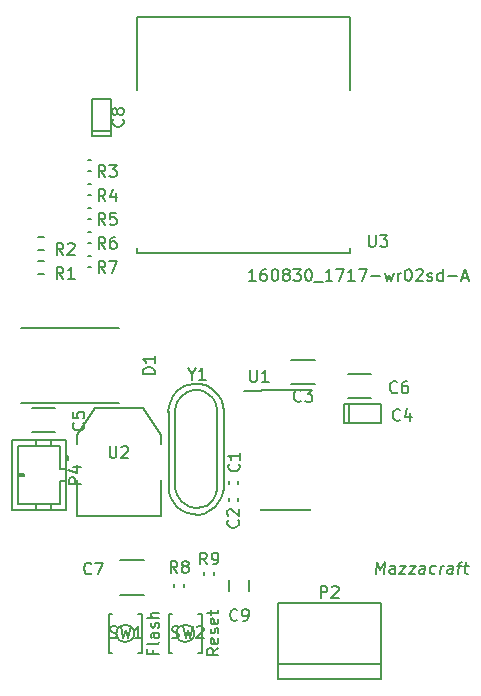
<source format=gbr>
G04 #@! TF.FileFunction,Legend,Top*
%FSLAX46Y46*%
G04 Gerber Fmt 4.6, Leading zero omitted, Abs format (unit mm)*
G04 Created by KiCad (PCBNEW 4.0.3+e1-6302~38~ubuntu14.04.1-stable) date Wed Aug 31 12:24:13 2016*
%MOMM*%
%LPD*%
G01*
G04 APERTURE LIST*
%ADD10C,0.100000*%
%ADD11C,0.200000*%
%ADD12C,0.150000*%
%ADD13C,0.152400*%
G04 APERTURE END LIST*
D10*
D11*
X153942381Y-141698095D02*
X153466190Y-142031429D01*
X153942381Y-142269524D02*
X152942381Y-142269524D01*
X152942381Y-141888571D01*
X152990000Y-141793333D01*
X153037619Y-141745714D01*
X153132857Y-141698095D01*
X153275714Y-141698095D01*
X153370952Y-141745714D01*
X153418571Y-141793333D01*
X153466190Y-141888571D01*
X153466190Y-142269524D01*
X153894762Y-140888571D02*
X153942381Y-140983809D01*
X153942381Y-141174286D01*
X153894762Y-141269524D01*
X153799524Y-141317143D01*
X153418571Y-141317143D01*
X153323333Y-141269524D01*
X153275714Y-141174286D01*
X153275714Y-140983809D01*
X153323333Y-140888571D01*
X153418571Y-140840952D01*
X153513810Y-140840952D01*
X153609048Y-141317143D01*
X153894762Y-140460000D02*
X153942381Y-140364762D01*
X153942381Y-140174286D01*
X153894762Y-140079047D01*
X153799524Y-140031428D01*
X153751905Y-140031428D01*
X153656667Y-140079047D01*
X153609048Y-140174286D01*
X153609048Y-140317143D01*
X153561429Y-140412381D01*
X153466190Y-140460000D01*
X153418571Y-140460000D01*
X153323333Y-140412381D01*
X153275714Y-140317143D01*
X153275714Y-140174286D01*
X153323333Y-140079047D01*
X153894762Y-139221904D02*
X153942381Y-139317142D01*
X153942381Y-139507619D01*
X153894762Y-139602857D01*
X153799524Y-139650476D01*
X153418571Y-139650476D01*
X153323333Y-139602857D01*
X153275714Y-139507619D01*
X153275714Y-139317142D01*
X153323333Y-139221904D01*
X153418571Y-139174285D01*
X153513810Y-139174285D01*
X153609048Y-139650476D01*
X153275714Y-138888571D02*
X153275714Y-138507619D01*
X152942381Y-138745714D02*
X153799524Y-138745714D01*
X153894762Y-138698095D01*
X153942381Y-138602857D01*
X153942381Y-138507619D01*
X148368571Y-141888571D02*
X148368571Y-142221905D01*
X148892381Y-142221905D02*
X147892381Y-142221905D01*
X147892381Y-141745714D01*
X148892381Y-141221905D02*
X148844762Y-141317143D01*
X148749524Y-141364762D01*
X147892381Y-141364762D01*
X148892381Y-140412380D02*
X148368571Y-140412380D01*
X148273333Y-140459999D01*
X148225714Y-140555237D01*
X148225714Y-140745714D01*
X148273333Y-140840952D01*
X148844762Y-140412380D02*
X148892381Y-140507618D01*
X148892381Y-140745714D01*
X148844762Y-140840952D01*
X148749524Y-140888571D01*
X148654286Y-140888571D01*
X148559048Y-140840952D01*
X148511429Y-140745714D01*
X148511429Y-140507618D01*
X148463810Y-140412380D01*
X148844762Y-139983809D02*
X148892381Y-139888571D01*
X148892381Y-139698095D01*
X148844762Y-139602856D01*
X148749524Y-139555237D01*
X148701905Y-139555237D01*
X148606667Y-139602856D01*
X148559048Y-139698095D01*
X148559048Y-139840952D01*
X148511429Y-139936190D01*
X148416190Y-139983809D01*
X148368571Y-139983809D01*
X148273333Y-139936190D01*
X148225714Y-139840952D01*
X148225714Y-139698095D01*
X148273333Y-139602856D01*
X148892381Y-139126666D02*
X147892381Y-139126666D01*
X148892381Y-138698094D02*
X148368571Y-138698094D01*
X148273333Y-138745713D01*
X148225714Y-138840951D01*
X148225714Y-138983809D01*
X148273333Y-139079047D01*
X148320952Y-139126666D01*
X157099524Y-110612381D02*
X156528095Y-110612381D01*
X156813809Y-110612381D02*
X156813809Y-109612381D01*
X156718571Y-109755238D01*
X156623333Y-109850476D01*
X156528095Y-109898095D01*
X157956667Y-109612381D02*
X157766190Y-109612381D01*
X157670952Y-109660000D01*
X157623333Y-109707619D01*
X157528095Y-109850476D01*
X157480476Y-110040952D01*
X157480476Y-110421905D01*
X157528095Y-110517143D01*
X157575714Y-110564762D01*
X157670952Y-110612381D01*
X157861429Y-110612381D01*
X157956667Y-110564762D01*
X158004286Y-110517143D01*
X158051905Y-110421905D01*
X158051905Y-110183810D01*
X158004286Y-110088571D01*
X157956667Y-110040952D01*
X157861429Y-109993333D01*
X157670952Y-109993333D01*
X157575714Y-110040952D01*
X157528095Y-110088571D01*
X157480476Y-110183810D01*
X158670952Y-109612381D02*
X158766191Y-109612381D01*
X158861429Y-109660000D01*
X158909048Y-109707619D01*
X158956667Y-109802857D01*
X159004286Y-109993333D01*
X159004286Y-110231429D01*
X158956667Y-110421905D01*
X158909048Y-110517143D01*
X158861429Y-110564762D01*
X158766191Y-110612381D01*
X158670952Y-110612381D01*
X158575714Y-110564762D01*
X158528095Y-110517143D01*
X158480476Y-110421905D01*
X158432857Y-110231429D01*
X158432857Y-109993333D01*
X158480476Y-109802857D01*
X158528095Y-109707619D01*
X158575714Y-109660000D01*
X158670952Y-109612381D01*
X159575714Y-110040952D02*
X159480476Y-109993333D01*
X159432857Y-109945714D01*
X159385238Y-109850476D01*
X159385238Y-109802857D01*
X159432857Y-109707619D01*
X159480476Y-109660000D01*
X159575714Y-109612381D01*
X159766191Y-109612381D01*
X159861429Y-109660000D01*
X159909048Y-109707619D01*
X159956667Y-109802857D01*
X159956667Y-109850476D01*
X159909048Y-109945714D01*
X159861429Y-109993333D01*
X159766191Y-110040952D01*
X159575714Y-110040952D01*
X159480476Y-110088571D01*
X159432857Y-110136190D01*
X159385238Y-110231429D01*
X159385238Y-110421905D01*
X159432857Y-110517143D01*
X159480476Y-110564762D01*
X159575714Y-110612381D01*
X159766191Y-110612381D01*
X159861429Y-110564762D01*
X159909048Y-110517143D01*
X159956667Y-110421905D01*
X159956667Y-110231429D01*
X159909048Y-110136190D01*
X159861429Y-110088571D01*
X159766191Y-110040952D01*
X160290000Y-109612381D02*
X160909048Y-109612381D01*
X160575714Y-109993333D01*
X160718572Y-109993333D01*
X160813810Y-110040952D01*
X160861429Y-110088571D01*
X160909048Y-110183810D01*
X160909048Y-110421905D01*
X160861429Y-110517143D01*
X160813810Y-110564762D01*
X160718572Y-110612381D01*
X160432857Y-110612381D01*
X160337619Y-110564762D01*
X160290000Y-110517143D01*
X161528095Y-109612381D02*
X161623334Y-109612381D01*
X161718572Y-109660000D01*
X161766191Y-109707619D01*
X161813810Y-109802857D01*
X161861429Y-109993333D01*
X161861429Y-110231429D01*
X161813810Y-110421905D01*
X161766191Y-110517143D01*
X161718572Y-110564762D01*
X161623334Y-110612381D01*
X161528095Y-110612381D01*
X161432857Y-110564762D01*
X161385238Y-110517143D01*
X161337619Y-110421905D01*
X161290000Y-110231429D01*
X161290000Y-109993333D01*
X161337619Y-109802857D01*
X161385238Y-109707619D01*
X161432857Y-109660000D01*
X161528095Y-109612381D01*
X162051905Y-110707619D02*
X162813810Y-110707619D01*
X163575715Y-110612381D02*
X163004286Y-110612381D01*
X163290000Y-110612381D02*
X163290000Y-109612381D01*
X163194762Y-109755238D01*
X163099524Y-109850476D01*
X163004286Y-109898095D01*
X163909048Y-109612381D02*
X164575715Y-109612381D01*
X164147143Y-110612381D01*
X165480477Y-110612381D02*
X164909048Y-110612381D01*
X165194762Y-110612381D02*
X165194762Y-109612381D01*
X165099524Y-109755238D01*
X165004286Y-109850476D01*
X164909048Y-109898095D01*
X165813810Y-109612381D02*
X166480477Y-109612381D01*
X166051905Y-110612381D01*
X166861429Y-110231429D02*
X167623334Y-110231429D01*
X168004286Y-109945714D02*
X168194762Y-110612381D01*
X168385239Y-110136190D01*
X168575715Y-110612381D01*
X168766191Y-109945714D01*
X169147143Y-110612381D02*
X169147143Y-109945714D01*
X169147143Y-110136190D02*
X169194762Y-110040952D01*
X169242381Y-109993333D01*
X169337619Y-109945714D01*
X169432858Y-109945714D01*
X169956667Y-109612381D02*
X170051906Y-109612381D01*
X170147144Y-109660000D01*
X170194763Y-109707619D01*
X170242382Y-109802857D01*
X170290001Y-109993333D01*
X170290001Y-110231429D01*
X170242382Y-110421905D01*
X170194763Y-110517143D01*
X170147144Y-110564762D01*
X170051906Y-110612381D01*
X169956667Y-110612381D01*
X169861429Y-110564762D01*
X169813810Y-110517143D01*
X169766191Y-110421905D01*
X169718572Y-110231429D01*
X169718572Y-109993333D01*
X169766191Y-109802857D01*
X169813810Y-109707619D01*
X169861429Y-109660000D01*
X169956667Y-109612381D01*
X170670953Y-109707619D02*
X170718572Y-109660000D01*
X170813810Y-109612381D01*
X171051906Y-109612381D01*
X171147144Y-109660000D01*
X171194763Y-109707619D01*
X171242382Y-109802857D01*
X171242382Y-109898095D01*
X171194763Y-110040952D01*
X170623334Y-110612381D01*
X171242382Y-110612381D01*
X171623334Y-110564762D02*
X171718572Y-110612381D01*
X171909048Y-110612381D01*
X172004287Y-110564762D01*
X172051906Y-110469524D01*
X172051906Y-110421905D01*
X172004287Y-110326667D01*
X171909048Y-110279048D01*
X171766191Y-110279048D01*
X171670953Y-110231429D01*
X171623334Y-110136190D01*
X171623334Y-110088571D01*
X171670953Y-109993333D01*
X171766191Y-109945714D01*
X171909048Y-109945714D01*
X172004287Y-109993333D01*
X172909049Y-110612381D02*
X172909049Y-109612381D01*
X172909049Y-110564762D02*
X172813811Y-110612381D01*
X172623334Y-110612381D01*
X172528096Y-110564762D01*
X172480477Y-110517143D01*
X172432858Y-110421905D01*
X172432858Y-110136190D01*
X172480477Y-110040952D01*
X172528096Y-109993333D01*
X172623334Y-109945714D01*
X172813811Y-109945714D01*
X172909049Y-109993333D01*
X173385239Y-110231429D02*
X174147144Y-110231429D01*
X174575715Y-110326667D02*
X175051906Y-110326667D01*
X174480477Y-110612381D02*
X174813810Y-109612381D01*
X175147144Y-110612381D01*
X167273927Y-135412381D02*
X167398927Y-134412381D01*
X167642976Y-135126667D01*
X168065594Y-134412381D01*
X167940594Y-135412381D01*
X168845356Y-135412381D02*
X168910833Y-134888571D01*
X168875118Y-134793333D01*
X168785833Y-134745714D01*
X168595356Y-134745714D01*
X168494165Y-134793333D01*
X168851309Y-135364762D02*
X168750118Y-135412381D01*
X168512022Y-135412381D01*
X168422737Y-135364762D01*
X168387023Y-135269524D01*
X168398927Y-135174286D01*
X168458451Y-135079048D01*
X168559641Y-135031429D01*
X168797737Y-135031429D01*
X168898928Y-134983810D01*
X169309642Y-134745714D02*
X169833452Y-134745714D01*
X169226308Y-135412381D01*
X169750118Y-135412381D01*
X170119166Y-134745714D02*
X170642976Y-134745714D01*
X170035832Y-135412381D01*
X170559642Y-135412381D01*
X171369166Y-135412381D02*
X171434643Y-134888571D01*
X171398928Y-134793333D01*
X171309643Y-134745714D01*
X171119166Y-134745714D01*
X171017975Y-134793333D01*
X171375119Y-135364762D02*
X171273928Y-135412381D01*
X171035832Y-135412381D01*
X170946547Y-135364762D01*
X170910833Y-135269524D01*
X170922737Y-135174286D01*
X170982261Y-135079048D01*
X171083451Y-135031429D01*
X171321547Y-135031429D01*
X171422738Y-134983810D01*
X172279881Y-135364762D02*
X172178690Y-135412381D01*
X171988213Y-135412381D01*
X171898928Y-135364762D01*
X171857261Y-135317143D01*
X171821547Y-135221905D01*
X171857261Y-134936190D01*
X171916785Y-134840952D01*
X171970356Y-134793333D01*
X172071547Y-134745714D01*
X172262024Y-134745714D01*
X172351309Y-134793333D01*
X172702499Y-135412381D02*
X172785833Y-134745714D01*
X172762023Y-134936190D02*
X172821547Y-134840952D01*
X172875118Y-134793333D01*
X172976309Y-134745714D01*
X173071548Y-134745714D01*
X173750119Y-135412381D02*
X173815596Y-134888571D01*
X173779881Y-134793333D01*
X173690596Y-134745714D01*
X173500119Y-134745714D01*
X173398928Y-134793333D01*
X173756072Y-135364762D02*
X173654881Y-135412381D01*
X173416785Y-135412381D01*
X173327500Y-135364762D01*
X173291786Y-135269524D01*
X173303690Y-135174286D01*
X173363214Y-135079048D01*
X173464404Y-135031429D01*
X173702500Y-135031429D01*
X173803691Y-134983810D01*
X174166786Y-134745714D02*
X174547738Y-134745714D01*
X174226309Y-135412381D02*
X174333452Y-134555238D01*
X174392976Y-134460000D01*
X174494166Y-134412381D01*
X174589404Y-134412381D01*
X174738215Y-134745714D02*
X175119167Y-134745714D01*
X174922738Y-134412381D02*
X174815596Y-135269524D01*
X174851310Y-135364762D01*
X174940595Y-135412381D01*
X175035833Y-135412381D01*
D12*
X153040760Y-129559000D02*
X152639440Y-129759660D01*
X152639440Y-129759660D02*
X152040000Y-129861260D01*
X152040000Y-129861260D02*
X151539620Y-129759660D01*
X151539620Y-129759660D02*
X150841120Y-129360880D01*
X150841120Y-129360880D02*
X150439800Y-128758900D01*
X150439800Y-128758900D02*
X150239140Y-128159460D01*
X150239140Y-128159460D02*
X150239140Y-121560540D01*
X150239140Y-121560540D02*
X150439800Y-120859500D01*
X150439800Y-120859500D02*
X150739520Y-120460720D01*
X150739520Y-120460720D02*
X151239900Y-120059400D01*
X151239900Y-120059400D02*
X151839340Y-119858740D01*
X151839340Y-119858740D02*
X152339720Y-119858740D01*
X152339720Y-119858740D02*
X152840100Y-120059400D01*
X152840100Y-120059400D02*
X153439540Y-120559780D01*
X153439540Y-120559780D02*
X153739260Y-121060160D01*
X153739260Y-121060160D02*
X153840860Y-121560540D01*
X153840860Y-121659600D02*
X153840860Y-128261060D01*
X153840860Y-128261060D02*
X153739260Y-128659840D01*
X153739260Y-128659840D02*
X153439540Y-129160220D01*
X153439540Y-129160220D02*
X152939160Y-129660600D01*
X154369180Y-121669760D02*
X154320920Y-121210020D01*
X154320920Y-121210020D02*
X154209160Y-120811240D01*
X154209160Y-120811240D02*
X153990720Y-120379440D01*
X153990720Y-120379440D02*
X153759580Y-120089880D01*
X153759580Y-120089880D02*
X153409060Y-119759680D01*
X153409060Y-119759680D02*
X152870580Y-119470120D01*
X152870580Y-119470120D02*
X152271140Y-119340580D01*
X152271140Y-119340580D02*
X151760600Y-119340580D01*
X151760600Y-119340580D02*
X151059560Y-119510760D01*
X151059560Y-119510760D02*
X150470280Y-119909540D01*
X150470280Y-119909540D02*
X150099440Y-120369280D01*
X150099440Y-120369280D02*
X149891160Y-120790920D01*
X149891160Y-120790920D02*
X149731140Y-121240500D01*
X149731140Y-121240500D02*
X149700660Y-121679920D01*
X149919100Y-129020520D02*
X150140080Y-129398980D01*
X150140080Y-129398980D02*
X150419480Y-129719020D01*
X150419480Y-129719020D02*
X150749680Y-129970480D01*
X150749680Y-129970480D02*
X151300860Y-130270200D01*
X151300860Y-130270200D02*
X151770760Y-130379420D01*
X151770760Y-130379420D02*
X152230500Y-130399740D01*
X152230500Y-130399740D02*
X152690240Y-130310840D01*
X152690240Y-130310840D02*
X153139820Y-130120340D01*
X153139820Y-130120340D02*
X153609720Y-129759660D01*
X153609720Y-129759660D02*
X153929760Y-129409140D01*
X153929760Y-129409140D02*
X154160900Y-129020520D01*
X154160900Y-129020520D02*
X154300600Y-128591260D01*
X154300600Y-128591260D02*
X154369180Y-128149300D01*
X149710820Y-121659600D02*
X149710820Y-128111200D01*
X149710820Y-128111200D02*
X149748920Y-128530300D01*
X149748920Y-128530300D02*
X149919100Y-129020520D01*
X154369180Y-121659600D02*
X154369180Y-128111200D01*
X145640000Y-137185000D02*
X147640000Y-137185000D01*
X147640000Y-134235000D02*
X145640000Y-134235000D01*
X154790000Y-127785000D02*
X154790000Y-127535000D01*
X155590000Y-127535000D02*
X155590000Y-127785000D01*
X155590000Y-128985000D02*
X155590000Y-129235000D01*
X154790000Y-129235000D02*
X154790000Y-128985000D01*
X162090000Y-117335000D02*
X160090000Y-117335000D01*
X160090000Y-119385000D02*
X162090000Y-119385000D01*
X164997000Y-121047200D02*
X164997000Y-122672800D01*
X167740200Y-122672800D02*
X167740200Y-121047200D01*
X167740200Y-121047200D02*
X164539800Y-121047200D01*
X164539800Y-121047200D02*
X164539800Y-122672800D01*
X164539800Y-122672800D02*
X167740200Y-122672800D01*
X138140000Y-123435000D02*
X140140000Y-123435000D01*
X140140000Y-121385000D02*
X138140000Y-121385000D01*
X166890000Y-118485000D02*
X164890000Y-118485000D01*
X164890000Y-120535000D02*
X166890000Y-120535000D01*
X143205200Y-97917000D02*
X144830800Y-97917000D01*
X144830800Y-95173800D02*
X143205200Y-95173800D01*
X143205200Y-95173800D02*
X143205200Y-98374200D01*
X143205200Y-98374200D02*
X144830800Y-98374200D01*
X144830800Y-98374200D02*
X144830800Y-95173800D01*
X154852000Y-135898000D02*
X154852000Y-136898000D01*
X156552000Y-136898000D02*
X156552000Y-135898000D01*
X145490000Y-120960000D02*
X137190000Y-120960000D01*
X137190000Y-114560000D02*
X145490000Y-114560000D01*
X136490000Y-124110000D02*
X140990000Y-124110000D01*
X140990000Y-124110000D02*
X140990000Y-130010000D01*
X140990000Y-130010000D02*
X136490000Y-130010000D01*
X136490000Y-130010000D02*
X136490000Y-124110000D01*
X140990000Y-126560000D02*
X140490000Y-126560000D01*
X140490000Y-126560000D02*
X140490000Y-124610000D01*
X140490000Y-124610000D02*
X136990000Y-124610000D01*
X136990000Y-124610000D02*
X136990000Y-129510000D01*
X136990000Y-129510000D02*
X140490000Y-129510000D01*
X140490000Y-129510000D02*
X140490000Y-127560000D01*
X140490000Y-127560000D02*
X140990000Y-127560000D01*
X139790000Y-124110000D02*
X139790000Y-124610000D01*
X138490000Y-124110000D02*
X138490000Y-124610000D01*
X139790000Y-129510000D02*
X139790000Y-130010000D01*
X138490000Y-129510000D02*
X138490000Y-130010000D01*
X140990000Y-125760000D02*
X141190000Y-125760000D01*
X141190000Y-125760000D02*
X141190000Y-125460000D01*
X141190000Y-125460000D02*
X140990000Y-125460000D01*
X141090000Y-125760000D02*
X141090000Y-125460000D01*
X136990000Y-126960000D02*
X137490000Y-126960000D01*
X137490000Y-126960000D02*
X137490000Y-127160000D01*
X137490000Y-127160000D02*
X136990000Y-127160000D01*
X136990000Y-127060000D02*
X137490000Y-127060000D01*
X139188000Y-108949000D02*
X138688000Y-108949000D01*
X138688000Y-109999000D02*
X139188000Y-109999000D01*
X139188000Y-106917000D02*
X138688000Y-106917000D01*
X138688000Y-107967000D02*
X139188000Y-107967000D01*
X143117000Y-100398000D02*
X142887000Y-100398000D01*
X142887000Y-101278000D02*
X143117000Y-101278000D01*
X142887000Y-103310000D02*
X143117000Y-103310000D01*
X143117000Y-102430000D02*
X142887000Y-102430000D01*
X143117000Y-104462000D02*
X142887000Y-104462000D01*
X142887000Y-105342000D02*
X143117000Y-105342000D01*
X143117000Y-106494000D02*
X142887000Y-106494000D01*
X142887000Y-107374000D02*
X143117000Y-107374000D01*
X143117000Y-108526000D02*
X142887000Y-108526000D01*
X142887000Y-109406000D02*
X143117000Y-109406000D01*
X151062000Y-136513000D02*
X151062000Y-136283000D01*
X150182000Y-136283000D02*
X150182000Y-136513000D01*
X152722000Y-135267000D02*
X152722000Y-135497000D01*
X153602000Y-135497000D02*
X153602000Y-135267000D01*
X146800000Y-140462000D02*
G75*
G03X146800000Y-140462000I-750000J0D01*
G01*
X147150000Y-142112000D02*
X147450000Y-142112000D01*
X147450000Y-142112000D02*
X147450000Y-138812000D01*
X147450000Y-138812000D02*
X147150000Y-138812000D01*
X144950000Y-142112000D02*
X144650000Y-142112000D01*
X144650000Y-142112000D02*
X144650000Y-138812000D01*
X144650000Y-138812000D02*
X144950000Y-138812000D01*
X151880000Y-140462000D02*
G75*
G03X151880000Y-140462000I-750000J0D01*
G01*
X152230000Y-142112000D02*
X152530000Y-142112000D01*
X152530000Y-142112000D02*
X152530000Y-138812000D01*
X152530000Y-138812000D02*
X152230000Y-138812000D01*
X150030000Y-142112000D02*
X149730000Y-142112000D01*
X149730000Y-142112000D02*
X149730000Y-138812000D01*
X149730000Y-138812000D02*
X150030000Y-138812000D01*
X157515000Y-119885000D02*
X157515000Y-119910000D01*
X161665000Y-119885000D02*
X161665000Y-119990000D01*
X161665000Y-130035000D02*
X161665000Y-129930000D01*
X157515000Y-130035000D02*
X157515000Y-129930000D01*
X157515000Y-119885000D02*
X161665000Y-119885000D01*
X157515000Y-130035000D02*
X161665000Y-130035000D01*
X157515000Y-119910000D02*
X156140000Y-119910000D01*
X141934000Y-127434000D02*
X141934000Y-130482000D01*
X141934000Y-130482000D02*
X149046000Y-130482000D01*
X149046000Y-130482000D02*
X149046000Y-127434000D01*
X141934000Y-124386000D02*
X141934000Y-123624000D01*
X141934000Y-123624000D02*
X143458000Y-121338000D01*
X143458000Y-121338000D02*
X147522000Y-121338000D01*
X147522000Y-121338000D02*
X149046000Y-123624000D01*
X149046000Y-123624000D02*
X149046000Y-124386000D01*
D13*
X147066000Y-88265000D02*
X147066000Y-94450000D01*
X165049200Y-107850000D02*
X165049200Y-108229400D01*
X147066000Y-107850000D02*
X147066000Y-108229400D01*
X165049200Y-88265000D02*
X165049200Y-94450000D01*
X147066000Y-108267500D02*
X165049200Y-108267500D01*
X165036500Y-88265000D02*
X147066000Y-88265000D01*
D12*
X158971100Y-144279460D02*
X167671100Y-144279460D01*
X158971100Y-137874460D02*
X167671100Y-137874460D01*
X167671100Y-137874460D02*
X167671100Y-144279460D01*
X167671100Y-143049460D02*
X158971100Y-143049460D01*
X158971100Y-144279460D02*
X158971100Y-137874460D01*
X151663809Y-118486190D02*
X151663809Y-118962381D01*
X151330476Y-117962381D02*
X151663809Y-118486190D01*
X151997143Y-117962381D01*
X152854286Y-118962381D02*
X152282857Y-118962381D01*
X152568571Y-118962381D02*
X152568571Y-117962381D01*
X152473333Y-118105238D01*
X152378095Y-118200476D01*
X152282857Y-118248095D01*
X143173334Y-135367143D02*
X143125715Y-135414762D01*
X142982858Y-135462381D01*
X142887620Y-135462381D01*
X142744762Y-135414762D01*
X142649524Y-135319524D01*
X142601905Y-135224286D01*
X142554286Y-135033810D01*
X142554286Y-134890952D01*
X142601905Y-134700476D01*
X142649524Y-134605238D01*
X142744762Y-134510000D01*
X142887620Y-134462381D01*
X142982858Y-134462381D01*
X143125715Y-134510000D01*
X143173334Y-134557619D01*
X143506667Y-134462381D02*
X144173334Y-134462381D01*
X143744762Y-135462381D01*
X155647143Y-126126666D02*
X155694762Y-126174285D01*
X155742381Y-126317142D01*
X155742381Y-126412380D01*
X155694762Y-126555238D01*
X155599524Y-126650476D01*
X155504286Y-126698095D01*
X155313810Y-126745714D01*
X155170952Y-126745714D01*
X154980476Y-126698095D01*
X154885238Y-126650476D01*
X154790000Y-126555238D01*
X154742381Y-126412380D01*
X154742381Y-126317142D01*
X154790000Y-126174285D01*
X154837619Y-126126666D01*
X155742381Y-125174285D02*
X155742381Y-125745714D01*
X155742381Y-125460000D02*
X154742381Y-125460000D01*
X154885238Y-125555238D01*
X154980476Y-125650476D01*
X155028095Y-125745714D01*
X155597143Y-130876666D02*
X155644762Y-130924285D01*
X155692381Y-131067142D01*
X155692381Y-131162380D01*
X155644762Y-131305238D01*
X155549524Y-131400476D01*
X155454286Y-131448095D01*
X155263810Y-131495714D01*
X155120952Y-131495714D01*
X154930476Y-131448095D01*
X154835238Y-131400476D01*
X154740000Y-131305238D01*
X154692381Y-131162380D01*
X154692381Y-131067142D01*
X154740000Y-130924285D01*
X154787619Y-130876666D01*
X154787619Y-130495714D02*
X154740000Y-130448095D01*
X154692381Y-130352857D01*
X154692381Y-130114761D01*
X154740000Y-130019523D01*
X154787619Y-129971904D01*
X154882857Y-129924285D01*
X154978095Y-129924285D01*
X155120952Y-129971904D01*
X155692381Y-130543333D01*
X155692381Y-129924285D01*
X160923334Y-120749143D02*
X160875715Y-120796762D01*
X160732858Y-120844381D01*
X160637620Y-120844381D01*
X160494762Y-120796762D01*
X160399524Y-120701524D01*
X160351905Y-120606286D01*
X160304286Y-120415810D01*
X160304286Y-120272952D01*
X160351905Y-120082476D01*
X160399524Y-119987238D01*
X160494762Y-119892000D01*
X160637620Y-119844381D01*
X160732858Y-119844381D01*
X160875715Y-119892000D01*
X160923334Y-119939619D01*
X161256667Y-119844381D02*
X161875715Y-119844381D01*
X161542381Y-120225333D01*
X161685239Y-120225333D01*
X161780477Y-120272952D01*
X161828096Y-120320571D01*
X161875715Y-120415810D01*
X161875715Y-120653905D01*
X161828096Y-120749143D01*
X161780477Y-120796762D01*
X161685239Y-120844381D01*
X161399524Y-120844381D01*
X161304286Y-120796762D01*
X161256667Y-120749143D01*
X169323334Y-122367143D02*
X169275715Y-122414762D01*
X169132858Y-122462381D01*
X169037620Y-122462381D01*
X168894762Y-122414762D01*
X168799524Y-122319524D01*
X168751905Y-122224286D01*
X168704286Y-122033810D01*
X168704286Y-121890952D01*
X168751905Y-121700476D01*
X168799524Y-121605238D01*
X168894762Y-121510000D01*
X169037620Y-121462381D01*
X169132858Y-121462381D01*
X169275715Y-121510000D01*
X169323334Y-121557619D01*
X170180477Y-121795714D02*
X170180477Y-122462381D01*
X169942381Y-121414762D02*
X169704286Y-122129048D01*
X170323334Y-122129048D01*
X142497143Y-122626666D02*
X142544762Y-122674285D01*
X142592381Y-122817142D01*
X142592381Y-122912380D01*
X142544762Y-123055238D01*
X142449524Y-123150476D01*
X142354286Y-123198095D01*
X142163810Y-123245714D01*
X142020952Y-123245714D01*
X141830476Y-123198095D01*
X141735238Y-123150476D01*
X141640000Y-123055238D01*
X141592381Y-122912380D01*
X141592381Y-122817142D01*
X141640000Y-122674285D01*
X141687619Y-122626666D01*
X141592381Y-121721904D02*
X141592381Y-122198095D01*
X142068571Y-122245714D01*
X142020952Y-122198095D01*
X141973333Y-122102857D01*
X141973333Y-121864761D01*
X142020952Y-121769523D01*
X142068571Y-121721904D01*
X142163810Y-121674285D01*
X142401905Y-121674285D01*
X142497143Y-121721904D01*
X142544762Y-121769523D01*
X142592381Y-121864761D01*
X142592381Y-122102857D01*
X142544762Y-122198095D01*
X142497143Y-122245714D01*
X169073334Y-120017143D02*
X169025715Y-120064762D01*
X168882858Y-120112381D01*
X168787620Y-120112381D01*
X168644762Y-120064762D01*
X168549524Y-119969524D01*
X168501905Y-119874286D01*
X168454286Y-119683810D01*
X168454286Y-119540952D01*
X168501905Y-119350476D01*
X168549524Y-119255238D01*
X168644762Y-119160000D01*
X168787620Y-119112381D01*
X168882858Y-119112381D01*
X169025715Y-119160000D01*
X169073334Y-119207619D01*
X169930477Y-119112381D02*
X169740000Y-119112381D01*
X169644762Y-119160000D01*
X169597143Y-119207619D01*
X169501905Y-119350476D01*
X169454286Y-119540952D01*
X169454286Y-119921905D01*
X169501905Y-120017143D01*
X169549524Y-120064762D01*
X169644762Y-120112381D01*
X169835239Y-120112381D01*
X169930477Y-120064762D01*
X169978096Y-120017143D01*
X170025715Y-119921905D01*
X170025715Y-119683810D01*
X169978096Y-119588571D01*
X169930477Y-119540952D01*
X169835239Y-119493333D01*
X169644762Y-119493333D01*
X169549524Y-119540952D01*
X169501905Y-119588571D01*
X169454286Y-119683810D01*
X145847143Y-96926666D02*
X145894762Y-96974285D01*
X145942381Y-97117142D01*
X145942381Y-97212380D01*
X145894762Y-97355238D01*
X145799524Y-97450476D01*
X145704286Y-97498095D01*
X145513810Y-97545714D01*
X145370952Y-97545714D01*
X145180476Y-97498095D01*
X145085238Y-97450476D01*
X144990000Y-97355238D01*
X144942381Y-97212380D01*
X144942381Y-97117142D01*
X144990000Y-96974285D01*
X145037619Y-96926666D01*
X145370952Y-96355238D02*
X145323333Y-96450476D01*
X145275714Y-96498095D01*
X145180476Y-96545714D01*
X145132857Y-96545714D01*
X145037619Y-96498095D01*
X144990000Y-96450476D01*
X144942381Y-96355238D01*
X144942381Y-96164761D01*
X144990000Y-96069523D01*
X145037619Y-96021904D01*
X145132857Y-95974285D01*
X145180476Y-95974285D01*
X145275714Y-96021904D01*
X145323333Y-96069523D01*
X145370952Y-96164761D01*
X145370952Y-96355238D01*
X145418571Y-96450476D01*
X145466190Y-96498095D01*
X145561429Y-96545714D01*
X145751905Y-96545714D01*
X145847143Y-96498095D01*
X145894762Y-96450476D01*
X145942381Y-96355238D01*
X145942381Y-96164761D01*
X145894762Y-96069523D01*
X145847143Y-96021904D01*
X145751905Y-95974285D01*
X145561429Y-95974285D01*
X145466190Y-96021904D01*
X145418571Y-96069523D01*
X145370952Y-96164761D01*
X155535334Y-139295143D02*
X155487715Y-139342762D01*
X155344858Y-139390381D01*
X155249620Y-139390381D01*
X155106762Y-139342762D01*
X155011524Y-139247524D01*
X154963905Y-139152286D01*
X154916286Y-138961810D01*
X154916286Y-138818952D01*
X154963905Y-138628476D01*
X155011524Y-138533238D01*
X155106762Y-138438000D01*
X155249620Y-138390381D01*
X155344858Y-138390381D01*
X155487715Y-138438000D01*
X155535334Y-138485619D01*
X156011524Y-139390381D02*
X156202000Y-139390381D01*
X156297239Y-139342762D01*
X156344858Y-139295143D01*
X156440096Y-139152286D01*
X156487715Y-138961810D01*
X156487715Y-138580857D01*
X156440096Y-138485619D01*
X156392477Y-138438000D01*
X156297239Y-138390381D01*
X156106762Y-138390381D01*
X156011524Y-138438000D01*
X155963905Y-138485619D01*
X155916286Y-138580857D01*
X155916286Y-138818952D01*
X155963905Y-138914190D01*
X156011524Y-138961810D01*
X156106762Y-139009429D01*
X156297239Y-139009429D01*
X156392477Y-138961810D01*
X156440096Y-138914190D01*
X156487715Y-138818952D01*
X148538381Y-118498095D02*
X147538381Y-118498095D01*
X147538381Y-118260000D01*
X147586000Y-118117142D01*
X147681238Y-118021904D01*
X147776476Y-117974285D01*
X147966952Y-117926666D01*
X148109810Y-117926666D01*
X148300286Y-117974285D01*
X148395524Y-118021904D01*
X148490762Y-118117142D01*
X148538381Y-118260000D01*
X148538381Y-118498095D01*
X148538381Y-116974285D02*
X148538381Y-117545714D01*
X148538381Y-117260000D02*
X147538381Y-117260000D01*
X147681238Y-117355238D01*
X147776476Y-117450476D01*
X147824095Y-117545714D01*
X142282381Y-127814095D02*
X141282381Y-127814095D01*
X141282381Y-127433142D01*
X141330000Y-127337904D01*
X141377619Y-127290285D01*
X141472857Y-127242666D01*
X141615714Y-127242666D01*
X141710952Y-127290285D01*
X141758571Y-127337904D01*
X141806190Y-127433142D01*
X141806190Y-127814095D01*
X141615714Y-126385523D02*
X142282381Y-126385523D01*
X141234762Y-126623619D02*
X141949048Y-126861714D01*
X141949048Y-126242666D01*
X140803334Y-110434381D02*
X140470000Y-109958190D01*
X140231905Y-110434381D02*
X140231905Y-109434381D01*
X140612858Y-109434381D01*
X140708096Y-109482000D01*
X140755715Y-109529619D01*
X140803334Y-109624857D01*
X140803334Y-109767714D01*
X140755715Y-109862952D01*
X140708096Y-109910571D01*
X140612858Y-109958190D01*
X140231905Y-109958190D01*
X141755715Y-110434381D02*
X141184286Y-110434381D01*
X141470000Y-110434381D02*
X141470000Y-109434381D01*
X141374762Y-109577238D01*
X141279524Y-109672476D01*
X141184286Y-109720095D01*
X140803334Y-108402381D02*
X140470000Y-107926190D01*
X140231905Y-108402381D02*
X140231905Y-107402381D01*
X140612858Y-107402381D01*
X140708096Y-107450000D01*
X140755715Y-107497619D01*
X140803334Y-107592857D01*
X140803334Y-107735714D01*
X140755715Y-107830952D01*
X140708096Y-107878571D01*
X140612858Y-107926190D01*
X140231905Y-107926190D01*
X141184286Y-107497619D02*
X141231905Y-107450000D01*
X141327143Y-107402381D01*
X141565239Y-107402381D01*
X141660477Y-107450000D01*
X141708096Y-107497619D01*
X141755715Y-107592857D01*
X141755715Y-107688095D01*
X141708096Y-107830952D01*
X141136667Y-108402381D01*
X141755715Y-108402381D01*
X144359334Y-101798381D02*
X144026000Y-101322190D01*
X143787905Y-101798381D02*
X143787905Y-100798381D01*
X144168858Y-100798381D01*
X144264096Y-100846000D01*
X144311715Y-100893619D01*
X144359334Y-100988857D01*
X144359334Y-101131714D01*
X144311715Y-101226952D01*
X144264096Y-101274571D01*
X144168858Y-101322190D01*
X143787905Y-101322190D01*
X144692667Y-100798381D02*
X145311715Y-100798381D01*
X144978381Y-101179333D01*
X145121239Y-101179333D01*
X145216477Y-101226952D01*
X145264096Y-101274571D01*
X145311715Y-101369810D01*
X145311715Y-101607905D01*
X145264096Y-101703143D01*
X145216477Y-101750762D01*
X145121239Y-101798381D01*
X144835524Y-101798381D01*
X144740286Y-101750762D01*
X144692667Y-101703143D01*
X144373334Y-103862381D02*
X144040000Y-103386190D01*
X143801905Y-103862381D02*
X143801905Y-102862381D01*
X144182858Y-102862381D01*
X144278096Y-102910000D01*
X144325715Y-102957619D01*
X144373334Y-103052857D01*
X144373334Y-103195714D01*
X144325715Y-103290952D01*
X144278096Y-103338571D01*
X144182858Y-103386190D01*
X143801905Y-103386190D01*
X145230477Y-103195714D02*
X145230477Y-103862381D01*
X144992381Y-102814762D02*
X144754286Y-103529048D01*
X145373334Y-103529048D01*
X144359334Y-105862381D02*
X144026000Y-105386190D01*
X143787905Y-105862381D02*
X143787905Y-104862381D01*
X144168858Y-104862381D01*
X144264096Y-104910000D01*
X144311715Y-104957619D01*
X144359334Y-105052857D01*
X144359334Y-105195714D01*
X144311715Y-105290952D01*
X144264096Y-105338571D01*
X144168858Y-105386190D01*
X143787905Y-105386190D01*
X145264096Y-104862381D02*
X144787905Y-104862381D01*
X144740286Y-105338571D01*
X144787905Y-105290952D01*
X144883143Y-105243333D01*
X145121239Y-105243333D01*
X145216477Y-105290952D01*
X145264096Y-105338571D01*
X145311715Y-105433810D01*
X145311715Y-105671905D01*
X145264096Y-105767143D01*
X145216477Y-105814762D01*
X145121239Y-105862381D01*
X144883143Y-105862381D01*
X144787905Y-105814762D01*
X144740286Y-105767143D01*
X144359334Y-107894381D02*
X144026000Y-107418190D01*
X143787905Y-107894381D02*
X143787905Y-106894381D01*
X144168858Y-106894381D01*
X144264096Y-106942000D01*
X144311715Y-106989619D01*
X144359334Y-107084857D01*
X144359334Y-107227714D01*
X144311715Y-107322952D01*
X144264096Y-107370571D01*
X144168858Y-107418190D01*
X143787905Y-107418190D01*
X145216477Y-106894381D02*
X145026000Y-106894381D01*
X144930762Y-106942000D01*
X144883143Y-106989619D01*
X144787905Y-107132476D01*
X144740286Y-107322952D01*
X144740286Y-107703905D01*
X144787905Y-107799143D01*
X144835524Y-107846762D01*
X144930762Y-107894381D01*
X145121239Y-107894381D01*
X145216477Y-107846762D01*
X145264096Y-107799143D01*
X145311715Y-107703905D01*
X145311715Y-107465810D01*
X145264096Y-107370571D01*
X145216477Y-107322952D01*
X145121239Y-107275333D01*
X144930762Y-107275333D01*
X144835524Y-107322952D01*
X144787905Y-107370571D01*
X144740286Y-107465810D01*
X144359334Y-109926381D02*
X144026000Y-109450190D01*
X143787905Y-109926381D02*
X143787905Y-108926381D01*
X144168858Y-108926381D01*
X144264096Y-108974000D01*
X144311715Y-109021619D01*
X144359334Y-109116857D01*
X144359334Y-109259714D01*
X144311715Y-109354952D01*
X144264096Y-109402571D01*
X144168858Y-109450190D01*
X143787905Y-109450190D01*
X144692667Y-108926381D02*
X145359334Y-108926381D01*
X144930762Y-109926381D01*
X150455334Y-135326381D02*
X150122000Y-134850190D01*
X149883905Y-135326381D02*
X149883905Y-134326381D01*
X150264858Y-134326381D01*
X150360096Y-134374000D01*
X150407715Y-134421619D01*
X150455334Y-134516857D01*
X150455334Y-134659714D01*
X150407715Y-134754952D01*
X150360096Y-134802571D01*
X150264858Y-134850190D01*
X149883905Y-134850190D01*
X151026762Y-134754952D02*
X150931524Y-134707333D01*
X150883905Y-134659714D01*
X150836286Y-134564476D01*
X150836286Y-134516857D01*
X150883905Y-134421619D01*
X150931524Y-134374000D01*
X151026762Y-134326381D01*
X151217239Y-134326381D01*
X151312477Y-134374000D01*
X151360096Y-134421619D01*
X151407715Y-134516857D01*
X151407715Y-134564476D01*
X151360096Y-134659714D01*
X151312477Y-134707333D01*
X151217239Y-134754952D01*
X151026762Y-134754952D01*
X150931524Y-134802571D01*
X150883905Y-134850190D01*
X150836286Y-134945429D01*
X150836286Y-135135905D01*
X150883905Y-135231143D01*
X150931524Y-135278762D01*
X151026762Y-135326381D01*
X151217239Y-135326381D01*
X151312477Y-135278762D01*
X151360096Y-135231143D01*
X151407715Y-135135905D01*
X151407715Y-134945429D01*
X151360096Y-134850190D01*
X151312477Y-134802571D01*
X151217239Y-134754952D01*
X152973334Y-134612381D02*
X152640000Y-134136190D01*
X152401905Y-134612381D02*
X152401905Y-133612381D01*
X152782858Y-133612381D01*
X152878096Y-133660000D01*
X152925715Y-133707619D01*
X152973334Y-133802857D01*
X152973334Y-133945714D01*
X152925715Y-134040952D01*
X152878096Y-134088571D01*
X152782858Y-134136190D01*
X152401905Y-134136190D01*
X153449524Y-134612381D02*
X153640000Y-134612381D01*
X153735239Y-134564762D01*
X153782858Y-134517143D01*
X153878096Y-134374286D01*
X153925715Y-134183810D01*
X153925715Y-133802857D01*
X153878096Y-133707619D01*
X153830477Y-133660000D01*
X153735239Y-133612381D01*
X153544762Y-133612381D01*
X153449524Y-133660000D01*
X153401905Y-133707619D01*
X153354286Y-133802857D01*
X153354286Y-134040952D01*
X153401905Y-134136190D01*
X153449524Y-134183810D01*
X153544762Y-134231429D01*
X153735239Y-134231429D01*
X153830477Y-134183810D01*
X153878096Y-134136190D01*
X153925715Y-134040952D01*
X144756667Y-140814762D02*
X144899524Y-140862381D01*
X145137620Y-140862381D01*
X145232858Y-140814762D01*
X145280477Y-140767143D01*
X145328096Y-140671905D01*
X145328096Y-140576667D01*
X145280477Y-140481429D01*
X145232858Y-140433810D01*
X145137620Y-140386190D01*
X144947143Y-140338571D01*
X144851905Y-140290952D01*
X144804286Y-140243333D01*
X144756667Y-140148095D01*
X144756667Y-140052857D01*
X144804286Y-139957619D01*
X144851905Y-139910000D01*
X144947143Y-139862381D01*
X145185239Y-139862381D01*
X145328096Y-139910000D01*
X145661429Y-139862381D02*
X145899524Y-140862381D01*
X146090001Y-140148095D01*
X146280477Y-140862381D01*
X146518572Y-139862381D01*
X147423334Y-140862381D02*
X146851905Y-140862381D01*
X147137619Y-140862381D02*
X147137619Y-139862381D01*
X147042381Y-140005238D01*
X146947143Y-140100476D01*
X146851905Y-140148095D01*
X150006667Y-140814762D02*
X150149524Y-140862381D01*
X150387620Y-140862381D01*
X150482858Y-140814762D01*
X150530477Y-140767143D01*
X150578096Y-140671905D01*
X150578096Y-140576667D01*
X150530477Y-140481429D01*
X150482858Y-140433810D01*
X150387620Y-140386190D01*
X150197143Y-140338571D01*
X150101905Y-140290952D01*
X150054286Y-140243333D01*
X150006667Y-140148095D01*
X150006667Y-140052857D01*
X150054286Y-139957619D01*
X150101905Y-139910000D01*
X150197143Y-139862381D01*
X150435239Y-139862381D01*
X150578096Y-139910000D01*
X150911429Y-139862381D02*
X151149524Y-140862381D01*
X151340001Y-140148095D01*
X151530477Y-140862381D01*
X151768572Y-139862381D01*
X152101905Y-139957619D02*
X152149524Y-139910000D01*
X152244762Y-139862381D01*
X152482858Y-139862381D01*
X152578096Y-139910000D01*
X152625715Y-139957619D01*
X152673334Y-140052857D01*
X152673334Y-140148095D01*
X152625715Y-140290952D01*
X152054286Y-140862381D01*
X152673334Y-140862381D01*
X156628095Y-118162381D02*
X156628095Y-118971905D01*
X156675714Y-119067143D01*
X156723333Y-119114762D01*
X156818571Y-119162381D01*
X157009048Y-119162381D01*
X157104286Y-119114762D01*
X157151905Y-119067143D01*
X157199524Y-118971905D01*
X157199524Y-118162381D01*
X158199524Y-119162381D02*
X157628095Y-119162381D01*
X157913809Y-119162381D02*
X157913809Y-118162381D01*
X157818571Y-118305238D01*
X157723333Y-118400476D01*
X157628095Y-118448095D01*
X144728095Y-124600381D02*
X144728095Y-125409905D01*
X144775714Y-125505143D01*
X144823333Y-125552762D01*
X144918571Y-125600381D01*
X145109048Y-125600381D01*
X145204286Y-125552762D01*
X145251905Y-125505143D01*
X145299524Y-125409905D01*
X145299524Y-124600381D01*
X145728095Y-124695619D02*
X145775714Y-124648000D01*
X145870952Y-124600381D01*
X146109048Y-124600381D01*
X146204286Y-124648000D01*
X146251905Y-124695619D01*
X146299524Y-124790857D01*
X146299524Y-124886095D01*
X146251905Y-125028952D01*
X145680476Y-125600381D01*
X146299524Y-125600381D01*
X166678095Y-106712381D02*
X166678095Y-107521905D01*
X166725714Y-107617143D01*
X166773333Y-107664762D01*
X166868571Y-107712381D01*
X167059048Y-107712381D01*
X167154286Y-107664762D01*
X167201905Y-107617143D01*
X167249524Y-107521905D01*
X167249524Y-106712381D01*
X167630476Y-106712381D02*
X168249524Y-106712381D01*
X167916190Y-107093333D01*
X168059048Y-107093333D01*
X168154286Y-107140952D01*
X168201905Y-107188571D01*
X168249524Y-107283810D01*
X168249524Y-107521905D01*
X168201905Y-107617143D01*
X168154286Y-107664762D01*
X168059048Y-107712381D01*
X167773333Y-107712381D01*
X167678095Y-107664762D01*
X167630476Y-107617143D01*
X162583905Y-137464381D02*
X162583905Y-136464381D01*
X162964858Y-136464381D01*
X163060096Y-136512000D01*
X163107715Y-136559619D01*
X163155334Y-136654857D01*
X163155334Y-136797714D01*
X163107715Y-136892952D01*
X163060096Y-136940571D01*
X162964858Y-136988190D01*
X162583905Y-136988190D01*
X163536286Y-136559619D02*
X163583905Y-136512000D01*
X163679143Y-136464381D01*
X163917239Y-136464381D01*
X164012477Y-136512000D01*
X164060096Y-136559619D01*
X164107715Y-136654857D01*
X164107715Y-136750095D01*
X164060096Y-136892952D01*
X163488667Y-137464381D01*
X164107715Y-137464381D01*
M02*

</source>
